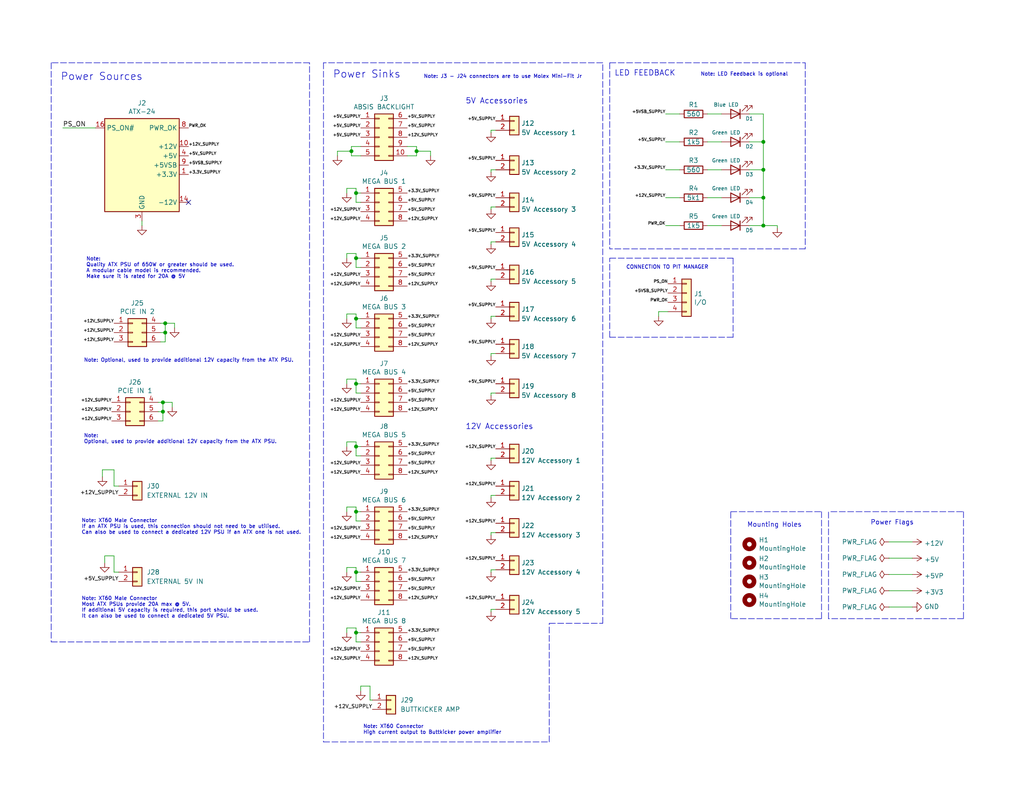
<source format=kicad_sch>
(kicad_sch (version 20211123) (generator eeschema)
  (paper "A")
  (title_block (title "ABSIS ATX Power Supply Unit") (date "2023-03-27") (rev "6") (company "www.openhornet.com") (comment 1 "License:  CC BY-NC-SA") (comment 2 "1:  This is to be manufactured as a 4 layer PCB") (comment 3 "2:  Each layer requires a 2oz Copper Pour") (comment 4 "3:  This PCB only has Top layer components and will only have a single BOM"))
  (lib_symbols
    (symbol "ATX_PSU_Board-rescue:+12V-power" (power) (pin_names (offset 0))
      (property "Value" "+12V-power" (at 0 3.556 0))
      (symbol "+12V-power_1_1"
        (pin power_in line (at 0 0 90) (length 0) hide (name "+12V") (number "1"))
      )
    )
    (symbol "ATX_PSU_Board-rescue:+3.3V-power" (power) (pin_names (offset 0))
      (property "Value" "+3.3V-power" (at 0 3.556 0))
      (symbol "+3.3V-power_1_1"
        (pin power_in line (at 0 0 90) (length 0) hide (name "+3V3") (number "1"))
      )
    )
    (symbol "ATX_PSU_Board-rescue:+5V-power" (power) (pin_names (offset 0))
      (property "Value" "+5V-power" (at 0 3.556 0))
      (symbol "+5V-power_1_1"
        (pin power_in line (at 0 0 90) (length 0) hide (name "+5V") (number "1"))
      )
    )
    (symbol "ATX_PSU_Board-rescue:+5VP-power" (power) (pin_names (offset 0))
      (property "Value" "+5VP-power" (at 0 3.556 0))
      (symbol "+5VP-power_1_1"
        (pin power_in line (at 0 0 90) (length 0) hide (name "+5VP") (number "1"))
      )
    )
    (symbol "ATX_PSU_Board-rescue:ATX-24-Connector"
      (property "Reference" "J" (at -8.89 13.97 0))
      (property "Value" "ATX-24-Connector" (at 6.35 13.97 0))
      (symbol "ATX-24-Connector_1_1"
        (pin power_out line (at 12.7 -2.54 180) (length 2.54) (name "+3.3V") (number "1"))
        (pin power_out line (at 12.7 5.08 180) (length 2.54) (name "+12V") (number "10"))
        (pin passive line (at 12.7 5.08 180) (length 2.54) hide (name "+12V") (number "11"))
        (pin passive line (at 12.7 -2.54 180) (length 2.54) hide (name "+3.3V") (number "12"))
        (pin passive line (at 12.7 -2.54 180) (length 2.54) hide (name "+3.3V") (number "13"))
        (pin power_out line (at 12.7 -10.16 180) (length 2.54) (name "-12V") (number "14"))
        (pin passive line (at 0 -15.24 90) (length 2.54) hide (name "GND") (number "15"))
        (pin open_collector line (at -12.7 10.16 0) (length 2.54) (name "PS_ON#") (number "16"))
        (pin passive line (at 0 -15.24 90) (length 2.54) hide (name "GND") (number "17"))
        (pin passive line (at 0 -15.24 90) (length 2.54) hide (name "GND") (number "18"))
        (pin passive line (at 0 -15.24 90) (length 2.54) hide (name "GND") (number "19"))
        (pin passive line (at 12.7 -2.54 180) (length 2.54) hide (name "+3.3V") (number "2"))
        (pin no_connect line (at -10.16 0 0) (length 2.54) hide (name "NC") (number "20"))
        (pin passive line (at 12.7 2.54 180) (length 2.54) hide (name "+5V") (number "21"))
        (pin passive line (at 12.7 2.54 180) (length 2.54) hide (name "+5V") (number "22"))
        (pin passive line (at 12.7 2.54 180) (length 2.54) hide (name "+5V") (number "23"))
        (pin passive line (at 0 -15.24 90) (length 2.54) hide (name "GND") (number "24"))
        (pin power_out line (at 0 -15.24 90) (length 2.54) (name "GND") (number "3"))
        (pin power_out line (at 12.7 2.54 180) (length 2.54) (name "+5V") (number "4"))
        (pin passive line (at 0 -15.24 90) (length 2.54) hide (name "GND") (number "5"))
        (pin passive line (at 12.7 2.54 180) (length 2.54) hide (name "+5V") (number "6"))
        (pin passive line (at 0 -15.24 90) (length 2.54) hide (name "GND") (number "7"))
        (pin output line (at 12.7 10.16 180) (length 2.54) (name "PWR_OK") (number "8"))
        (pin power_out line (at 12.7 0 180) (length 2.54) (name "+5VSB") (number "9"))
      )
    )
    (symbol "ATX_PSU_Board-rescue:Conn_01x02-Connector_Generic" (pin_names (offset 1.016) hide)
      (property "Reference" "J" (at 0 2.54 0))
      (property "Value" "Conn_01x02-Connector_Generic" (at 0 -5.08 0))
      (symbol "Conn_01x02-Connector_Generic_1_1"
        (pin passive line (at -5.08 0 0) (length 3.81) (name "Pin_1") (number "1"))
        (pin passive line (at -5.08 -2.54 0) (length 3.81) (name "Pin_2") (number "2"))
      )
    )
    (symbol "ATX_PSU_Board-rescue:Conn_02x04_Top_Bottom-Connector_Generic" (pin_names (offset 1.016) hide)
      (property "Reference" "J" (at 1.27 5.08 0))
      (property "Value" "Conn_02x04_Top_Bottom-Connector_Generic" (at 1.27 -7.62 0))
      (symbol "Conn_02x04_Top_Bottom-Connector_Generic_1_1"
        (pin passive line (at -5.08 2.54 0) (length 3.81) (name "Pin_1") (number "1"))
        (pin passive line (at -5.08 0 0) (length 3.81) (name "Pin_2") (number "2"))
        (pin passive line (at -5.08 -2.54 0) (length 3.81) (name "Pin_3") (number "3"))
        (pin passive line (at -5.08 -5.08 0) (length 3.81) (name "Pin_4") (number "4"))
        (pin passive line (at 7.62 2.54 180) (length 3.81) (name "Pin_5") (number "5"))
        (pin passive line (at 7.62 0 180) (length 3.81) (name "Pin_6") (number "6"))
        (pin passive line (at 7.62 -2.54 180) (length 3.81) (name "Pin_7") (number "7"))
        (pin passive line (at 7.62 -5.08 180) (length 3.81) (name "Pin_8") (number "8"))
      )
    )
    (symbol "ATX_PSU_Board-rescue:Conn_02x05_Top_Bottom-Connector_Generic" (pin_names (offset 1.016) hide)
      (property "Reference" "J" (at 1.27 7.62 0))
      (property "Value" "Conn_02x05_Top_Bottom-Connector_Generic" (at 1.27 -7.62 0))
      (symbol "Conn_02x05_Top_Bottom-Connector_Generic_1_1"
        (pin passive line (at -5.08 5.08 0) (length 3.81) (name "Pin_1") (number "1"))
        (pin passive line (at 7.62 -5.08 180) (length 3.81) (name "Pin_10") (number "10"))
        (pin passive line (at -5.08 2.54 0) (length 3.81) (name "Pin_2") (number "2"))
        (pin passive line (at -5.08 0 0) (length 3.81) (name "Pin_3") (number "3"))
        (pin passive line (at -5.08 -2.54 0) (length 3.81) (name "Pin_4") (number "4"))
        (pin passive line (at -5.08 -5.08 0) (length 3.81) (name "Pin_5") (number "5"))
        (pin passive line (at 7.62 5.08 180) (length 3.81) (name "Pin_6") (number "6"))
        (pin passive line (at 7.62 2.54 180) (length 3.81) (name "Pin_7") (number "7"))
        (pin passive line (at 7.62 0 180) (length 3.81) (name "Pin_8") (number "8"))
        (pin passive line (at 7.62 -2.54 180) (length 3.81) (name "Pin_9") (number "9"))
      )
    )
    (symbol "ATX_PSU_Board-rescue:GND-power" (power) (pin_names (offset 0))
      (property "Value" "GND-power" (at 0 -3.81 0))
      (symbol "GND-power_1_1"
        (pin power_in line (at 0 0 270) (length 0) hide (name "GND") (number "1"))
      )
    )
    (symbol "ATX_PSU_Board-rescue:LED-Device" (pin_numbers hide) (pin_names (offset 1.016) hide)
      (property "Reference" "D" (at 0 2.54 0))
      (property "Value" "LED-Device" (at 0 -2.54 0))
      (symbol "LED-Device_1_1"
        (pin passive line (at -3.81 0 0) (length 2.54) (name "K") (number "1"))
        (pin passive line (at 3.81 0 180) (length 2.54) (name "A") (number "2"))
      )
    )
    (symbol "ATX_PSU_Board-rescue:MountingHole-Mechanical" (pin_names (offset 1.016))
      (property "Reference" "H" (at 0 5.08 0))
      (property "Value" "MountingHole-Mechanical" (at 0 3.175 0))
    )
    (symbol "ATX_PSU_Board-rescue:PWR_FLAG-power" (power) (pin_numbers hide) (pin_names (offset 0) hide)
      (property "Value" "PWR_FLAG-power" (at 0 3.81 0))
      (symbol "PWR_FLAG-power_0_0"
        (pin power_out line (at 0 0 90) (length 0) (name "pwr") (number "1"))
      )
    )
    (symbol "ATX_PSU_Board-rescue:R-Device" (pin_numbers hide) (pin_names (offset 0))
      (property "Reference" "R" (at 2.032 0 90))
      (property "Value" "R-Device" (at 0 0 90))
      (symbol "R-Device_1_1"
        (pin passive line (at 0 3.81 270) (length 1.27) (name "~") (number "1"))
        (pin passive line (at 0 -3.81 90) (length 1.27) (name "~") (number "2"))
      )
    )
    (symbol "Connector_Generic:Conn_01x04" (pin_names (offset 1.016) hide)
      (property "Reference" "J" (at 0 5.08 0))
      (property "Value" "Conn_01x04" (at 0 -7.62 0))
      (symbol "Conn_01x04_1_1"
        (pin passive line (at -5.08 2.54 0) (length 3.81) (name "Pin_1") (number "1"))
        (pin passive line (at -5.08 0 0) (length 3.81) (name "Pin_2") (number "2"))
        (pin passive line (at -5.08 -2.54 0) (length 3.81) (name "Pin_3") (number "3"))
        (pin passive line (at -5.08 -5.08 0) (length 3.81) (name "Pin_4") (number "4"))
      )
    )
    (symbol "Connector_Generic:Conn_02x03_Top_Bottom" (pin_names (offset 1.016) hide)
      (property "Reference" "J" (at 1.27 5.08 0))
      (property "Value" "Conn_02x03_Top_Bottom" (at 1.27 -5.08 0))
      (symbol "Conn_02x03_Top_Bottom_1_1"
        (pin passive line (at -5.08 2.54 0) (length 3.81) (name "Pin_1") (number "1"))
        (pin passive line (at -5.08 0 0) (length 3.81) (name "Pin_2") (number "2"))
        (pin passive line (at -5.08 -2.54 0) (length 3.81) (name "Pin_3") (number "3"))
        (pin passive line (at 7.62 2.54 180) (length 3.81) (name "Pin_4") (number "4"))
        (pin passive line (at 7.62 0 180) (length 3.81) (name "Pin_5") (number "5"))
        (pin passive line (at 7.62 -2.54 180) (length 3.81) (name "Pin_6") (number "6"))
      )
    )
  )
  (junction (at 97.155 139.7))
  (junction (at 208.28 61.595))
  (junction (at 44.45 112.395))
  (junction (at 208.28 46.355))
  (junction (at 97.155 121.92))
  (junction (at 44.45 109.855))
  (junction (at 97.155 104.775))
  (junction (at 113.665 41.275))
  (junction (at 45.085 88.265))
  (junction (at 208.28 38.735))
  (junction (at 97.155 52.705))
  (junction (at 45.085 90.805))
  (junction (at 97.155 156.21))
  (junction (at 208.28 53.975))
  (junction (at 95.885 41.275))
  (junction (at 97.155 172.72))
  (junction (at 97.155 70.485))
  (junction (at 97.155 86.995))
  (no_connect (at 51.435 55.245))
  (polyline (pts (xy 164.465 17.145) (xy 88.265 17.145)))
  (wire (pts (xy 193.04 53.975) (xy 196.85 53.975)))
  (polyline (pts (xy 13.97 17.145) (xy 13.97 175.26)))
  (wire (pts (xy 97.155 103.505) (xy 94.615 103.505)))
  (wire (pts (xy 98.425 187.325) (xy 98.425 188.595)))
  (wire (pts (xy 92.075 41.275) (xy 92.075 42.545)))
  (wire (pts (xy 135.255 66.04) (xy 133.985 66.04)))
  (wire (pts (xy 17.145 34.925) (xy 26.035 34.925)))
  (wire (pts (xy 208.28 53.975) (xy 208.28 61.595)))
  (polyline (pts (xy 224.155 168.91) (xy 199.39 168.91)))
  (wire (pts (xy 204.47 46.355) (xy 208.28 46.355)))
  (wire (pts (xy 179.705 85.09) (xy 179.705 86.36)))
  (wire (pts (xy 133.985 76.2) (xy 133.985 76.835)))
  (wire (pts (xy 43.18 109.855) (xy 44.45 109.855)))
  (wire (pts (xy 193.04 38.735) (xy 196.85 38.735)))
  (wire (pts (xy 98.425 89.535) (xy 97.155 89.535)))
  (wire (pts (xy 97.155 156.21) (xy 97.155 154.94)))
  (wire (pts (xy 44.45 112.395) (xy 44.45 114.935)))
  (wire (pts (xy 248.92 165.735) (xy 242.57 165.735)))
  (wire (pts (xy 208.28 46.355) (xy 208.28 53.975)))
  (polyline (pts (xy 226.695 139.7) (xy 262.89 139.7)))
  (wire (pts (xy 94.615 138.43) (xy 94.615 139.7)))
  (wire (pts (xy 98.425 107.315) (xy 97.155 107.315)))
  (wire (pts (xy 181.61 46.355) (xy 185.42 46.355)))
  (wire (pts (xy 208.28 38.735) (xy 208.28 46.355)))
  (wire (pts (xy 95.885 42.545) (xy 95.885 41.275)))
  (wire (pts (xy 43.18 112.395) (xy 44.45 112.395)))
  (wire (pts (xy 97.155 70.485) (xy 98.425 70.485)))
  (wire (pts (xy 98.425 142.24) (xy 97.155 142.24)))
  (wire (pts (xy 97.155 121.92) (xy 97.155 124.46)))
  (wire (pts (xy 98.425 52.705) (xy 97.155 52.705)))
  (wire (pts (xy 97.155 139.7) (xy 97.155 142.24)))
  (wire (pts (xy 27.94 128.27) (xy 27.94 130.175)))
  (wire (pts (xy 135.255 86.36) (xy 133.985 86.36)))
  (wire (pts (xy 133.985 46.355) (xy 133.985 46.99)))
  (polyline (pts (xy 13.97 175.26) (xy 84.455 175.26)))
  (polyline (pts (xy 149.86 170.18) (xy 164.465 170.18)))
  (wire (pts (xy 97.155 139.7) (xy 98.425 139.7)))
  (polyline (pts (xy 166.37 17.145) (xy 166.37 67.945)))
  (wire (pts (xy 28.575 151.765) (xy 28.575 153.67)))
  (wire (pts (xy 97.155 104.775) (xy 97.155 103.505)))
  (wire (pts (xy 31.115 151.765) (xy 28.575 151.765)))
  (wire (pts (xy 133.985 107.315) (xy 133.985 107.95)))
  (polyline (pts (xy 164.465 170.18) (xy 164.465 17.145)))
  (wire (pts (xy 97.155 156.21) (xy 97.155 158.75)))
  (wire (pts (xy 97.155 138.43) (xy 94.615 138.43)))
  (polyline (pts (xy 226.06 168.91) (xy 226.06 139.7)))
  (wire (pts (xy 94.615 171.45) (xy 94.615 172.72)))
  (wire (pts (xy 97.155 70.485) (xy 97.155 73.025)))
  (wire (pts (xy 97.155 139.7) (xy 97.155 138.43)))
  (wire (pts (xy 98.425 73.025) (xy 97.155 73.025)))
  (wire (pts (xy 44.45 114.935) (xy 43.18 114.935)))
  (polyline (pts (xy 166.37 17.145) (xy 219.71 17.145)))
  (polyline (pts (xy 149.86 202.565) (xy 149.86 170.18)))
  (wire (pts (xy 100.965 187.325) (xy 98.425 187.325)))
  (wire (pts (xy 97.155 104.775) (xy 98.425 104.775)))
  (polyline (pts (xy 166.37 92.075) (xy 166.37 70.485)))
  (polyline (pts (xy 200.025 70.485) (xy 200.025 92.075)))
  (wire (pts (xy 98.425 42.545) (xy 95.885 42.545)))
  (wire (pts (xy 204.47 31.115) (xy 208.28 31.115)))
  (wire (pts (xy 133.985 166.37) (xy 133.985 167.005)))
  (wire (pts (xy 101.6 191.135) (xy 100.965 191.135)))
  (wire (pts (xy 97.155 120.65) (xy 94.615 120.65)))
  (wire (pts (xy 204.47 61.595) (xy 208.28 61.595)))
  (wire (pts (xy 135.255 166.37) (xy 133.985 166.37)))
  (wire (pts (xy 97.155 69.215) (xy 94.615 69.215)))
  (wire (pts (xy 94.615 120.65) (xy 94.615 121.92)))
  (wire (pts (xy 133.985 66.04) (xy 133.985 66.675)))
  (wire (pts (xy 97.155 85.725) (xy 94.615 85.725)))
  (polyline (pts (xy 224.155 139.7) (xy 224.155 168.91)))
  (polyline (pts (xy 262.89 168.91) (xy 226.06 168.91)))
  (wire (pts (xy 135.255 155.575) (xy 133.985 155.575)))
  (wire (pts (xy 133.985 155.575) (xy 133.985 156.21)))
  (wire (pts (xy 94.615 103.505) (xy 94.615 104.775)))
  (wire (pts (xy 45.085 88.265) (xy 47.625 88.265)))
  (wire (pts (xy 113.665 42.545) (xy 113.665 41.275)))
  (wire (pts (xy 193.04 31.115) (xy 196.85 31.115)))
  (wire (pts (xy 97.155 70.485) (xy 97.155 69.215)))
  (wire (pts (xy 97.155 172.72) (xy 97.155 175.26)))
  (wire (pts (xy 94.615 51.435) (xy 94.615 52.705)))
  (wire (pts (xy 193.04 46.355) (xy 196.85 46.355)))
  (wire (pts (xy 193.04 61.595) (xy 196.85 61.595)))
  (wire (pts (xy 208.28 31.115) (xy 208.28 38.735)))
  (wire (pts (xy 133.985 35.56) (xy 133.985 36.195)))
  (wire (pts (xy 181.61 61.595) (xy 185.42 61.595)))
  (wire (pts (xy 45.085 93.345) (xy 43.815 93.345)))
  (wire (pts (xy 98.425 124.46) (xy 97.155 124.46)))
  (wire (pts (xy 97.155 171.45) (xy 94.615 171.45)))
  (wire (pts (xy 44.45 109.855) (xy 46.99 109.855)))
  (wire (pts (xy 242.57 152.4) (xy 248.92 152.4)))
  (wire (pts (xy 97.155 121.92) (xy 97.155 120.65)))
  (polyline (pts (xy 199.39 168.91) (xy 199.39 139.7)))
  (wire (pts (xy 117.475 41.275) (xy 117.475 42.545)))
  (wire (pts (xy 98.425 55.245) (xy 97.155 55.245)))
  (wire (pts (xy 95.885 41.275) (xy 92.075 41.275)))
  (wire (pts (xy 95.885 40.005) (xy 98.425 40.005)))
  (wire (pts (xy 208.28 61.595) (xy 212.09 61.595)))
  (wire (pts (xy 133.985 96.52) (xy 133.985 97.155)))
  (wire (pts (xy 111.125 42.545) (xy 113.665 42.545)))
  (wire (pts (xy 94.615 69.215) (xy 94.615 70.485)))
  (wire (pts (xy 97.155 104.775) (xy 97.155 107.315)))
  (polyline (pts (xy 219.71 67.945) (xy 166.37 67.945)))
  (wire (pts (xy 97.155 86.995) (xy 98.425 86.995)))
  (wire (pts (xy 46.99 109.855) (xy 46.99 111.125)))
  (wire (pts (xy 135.255 145.415) (xy 133.985 145.415)))
  (wire (pts (xy 43.815 88.265) (xy 45.085 88.265)))
  (wire (pts (xy 181.61 31.115) (xy 185.42 31.115)))
  (wire (pts (xy 181.61 38.735) (xy 185.42 38.735)))
  (wire (pts (xy 45.085 90.805) (xy 45.085 93.345)))
  (polyline (pts (xy 88.265 17.145) (xy 88.265 202.565)))
  (polyline (pts (xy 219.71 17.145) (xy 219.71 67.945)))
  (wire (pts (xy 135.255 46.355) (xy 133.985 46.355)))
  (wire (pts (xy 135.255 76.2) (xy 133.985 76.2)))
  (wire (pts (xy 133.985 125.095) (xy 133.985 125.73)))
  (wire (pts (xy 97.155 52.705) (xy 97.155 51.435)))
  (wire (pts (xy 97.155 55.245) (xy 97.155 52.705)))
  (wire (pts (xy 31.115 156.21) (xy 31.115 151.765)))
  (wire (pts (xy 97.155 156.21) (xy 98.425 156.21)))
  (wire (pts (xy 32.385 156.21) (xy 31.115 156.21)))
  (wire (pts (xy 135.255 56.515) (xy 133.985 56.515)))
  (wire (pts (xy 97.155 51.435) (xy 94.615 51.435)))
  (wire (pts (xy 32.385 132.715) (xy 31.115 132.715)))
  (wire (pts (xy 133.985 135.255) (xy 133.985 135.89)))
  (wire (pts (xy 204.47 53.975) (xy 208.28 53.975)))
  (polyline (pts (xy 199.39 139.7) (xy 224.155 139.7)))
  (wire (pts (xy 113.665 41.275) (xy 117.475 41.275)))
  (wire (pts (xy 113.665 40.005) (xy 113.665 41.275)))
  (polyline (pts (xy 200.025 92.075) (xy 166.37 92.075)))
  (wire (pts (xy 248.92 156.845) (xy 242.57 156.845)))
  (wire (pts (xy 133.985 86.36) (xy 133.985 86.995)))
  (wire (pts (xy 135.255 125.095) (xy 133.985 125.095)))
  (wire (pts (xy 111.125 40.005) (xy 113.665 40.005)))
  (wire (pts (xy 133.985 56.515) (xy 133.985 57.15)))
  (wire (pts (xy 45.085 88.265) (xy 45.085 90.805)))
  (polyline (pts (xy 262.89 139.7) (xy 262.89 168.91)))
  (wire (pts (xy 97.155 86.995) (xy 97.155 89.535)))
  (wire (pts (xy 135.255 107.315) (xy 133.985 107.315)))
  (wire (pts (xy 31.115 132.715) (xy 31.115 128.27)))
  (wire (pts (xy 98.425 175.26) (xy 97.155 175.26)))
  (polyline (pts (xy 88.265 202.565) (xy 149.86 202.565)))
  (wire (pts (xy 242.57 147.955) (xy 248.92 147.955)))
  (wire (pts (xy 179.705 85.09) (xy 182.245 85.09)))
  (polyline (pts (xy 84.455 175.26) (xy 84.455 17.145)))
  (wire (pts (xy 135.255 96.52) (xy 133.985 96.52)))
  (wire (pts (xy 212.09 61.595) (xy 212.09 62.23)))
  (wire (pts (xy 242.57 161.29) (xy 248.92 161.29)))
  (wire (pts (xy 133.985 145.415) (xy 133.985 146.05)))
  (wire (pts (xy 31.115 128.27) (xy 27.94 128.27)))
  (wire (pts (xy 94.615 85.725) (xy 94.615 86.995)))
  (wire (pts (xy 43.815 90.805) (xy 45.085 90.805)))
  (polyline (pts (xy 84.455 17.145) (xy 13.97 17.145)))
  (wire (pts (xy 95.885 41.275) (xy 95.885 40.005)))
  (wire (pts (xy 44.45 109.855) (xy 44.45 112.395)))
  (wire (pts (xy 97.155 85.725) (xy 97.155 86.995)))
  (polyline (pts (xy 166.37 70.485) (xy 200.025 70.485)))
  (wire (pts (xy 181.61 53.975) (xy 185.42 53.975)))
  (wire (pts (xy 97.155 154.94) (xy 94.615 154.94)))
  (wire (pts (xy 38.735 60.325) (xy 38.735 61.595)))
  (wire (pts (xy 47.625 88.265) (xy 47.625 89.535)))
  (wire (pts (xy 97.155 172.72) (xy 97.155 171.45)))
  (wire (pts (xy 94.615 154.94) (xy 94.615 156.21)))
  (wire (pts (xy 100.965 191.135) (xy 100.965 187.325)))
  (wire (pts (xy 204.47 38.735) (xy 208.28 38.735)))
  (wire (pts (xy 97.155 121.92) (xy 98.425 121.92)))
  (wire (pts (xy 135.255 135.255) (xy 133.985 135.255)))
  (wire (pts (xy 98.425 158.75) (xy 97.155 158.75)))
  (wire (pts (xy 135.255 35.56) (xy 133.985 35.56)))
  (wire (pts (xy 97.155 172.72) (xy 98.425 172.72)))
  (text "CONNECTION TO PIT MANAGER" (at 170.815 73.66 0) (effects (font (size 0.9906 0.9906)) (justify left bottom)))
  (text "Note: LED Feedback is optional" (at 191.135 20.955 0) (effects (font (size 0.9906 0.9906)) (justify left bottom)))
  (text "Power Sources" (at 16.51 22.225 0) (effects (font (size 2.0066 2.0066)) (justify left bottom)))
  (text "Mounting Holes" (at 203.835 144.145 0) (effects (font (size 1.27 1.27)) (justify left bottom)))
  (text "5V Accessories" (at 127 28.575 0) (effects (font (size 1.4986 1.4986)) (justify left bottom)))
  (text "Note: J3 - J24 connectors are to use Molex Mini-Fit Jr" (at 115.57 21.59 0) (effects (font (size 0.9906 0.9906)) (justify left bottom)))
  (text "Note: Optional, used to provide additional 12V capacity from the ATX PSU." (at 22.86 99.06 0) (effects (font (size 0.9906 0.9906)) (justify left bottom)))
  (text "Note: XT60 Male Connector\nIf an ATX PSU is used, this connection should not need to be utilised.\nCan also be used to connect a dedicated 12V PSU if an ATX one is not used." (at 22.225 146.05 0) (effects (font (size 0.9906 0.9906)) (justify left bottom)))
  (text "Note:\nQuality ATX PSU of 650W or greater should be used.\nA modular cable model is recommended.\nMake sure it is rated for 20A @ 5V" (at 23.495 76.2 0) (effects (font (size 0.9906 0.9906)) (justify left bottom)))
  (text "Note: XT60 Connector\nHigh current output to Buttkicker power amplifier" (at 99.06 200.66 0) (effects (font (size 0.9906 0.9906)) (justify left bottom)))
  (text "Note: XT60 Male Connector\nMost ATX PSUs provide 20A max @ 5V.\nIf additional 5V capacity is required, this port should be used.\nIt can also be used to connect a dedicated 5V PSU." (at 22.225 168.91 0) (effects (font (size 0.9906 0.9906)) (justify left bottom)))
  (text "Power Sinks" (at 90.805 21.59 0) (effects (font (size 2.0066 2.0066)) (justify left bottom)))
  (text "Power Flags" (at 237.49 143.51 0) (effects (font (size 1.27 1.27)) (justify left bottom)))
  (text "Note:\nOptional, used to provide additional 12V capacity from the ATX PSU." (at 22.86 121.285 0) (effects (font (size 0.9906 0.9906)) (justify left bottom)))
  (text "LED FEEDBACK" (at 167.64 20.955 0) (effects (font (size 1.4986 1.4986)) (justify left bottom)))
  (text "12V Accessories" (at 127 117.475 0) (effects (font (size 1.4986 1.4986)) (justify left bottom)))
  (label "+12V_SUPPLY" (at 98.425 144.78 180) (effects (font (size 0.7874 0.7874))))
  (label "+12V_SUPPLY" (at 30.48 114.935 180) (effects (font (size 0.7874 0.7874))))
  (label "+5V_SUPPLY" (at 135.255 73.66 180) (effects (font (size 0.7874 0.7874))))
  (label "+12V_SUPPLY" (at 135.255 132.715 180) (effects (font (size 0.7874 0.7874))))
  (label "+12V_SUPPLY" (at 51.435 40.005 0) (effects (font (size 0.7874 0.7874))))
  (label "+12V_SUPPLY" (at 98.425 180.34 180) (effects (font (size 0.7874 0.7874))))
  (label "+12V_SUPPLY" (at 111.125 129.54 0) (effects (font (size 0.7874 0.7874))))
  (label "+12V_SUPPLY" (at 31.115 93.345 180) (effects (font (size 0.7874 0.7874))))
  (label "+5V_SUPPLY" (at 135.255 43.815 180) (effects (font (size 0.7874 0.7874))))
  (label "+5V_SUPPLY" (at 111.125 75.565 0) (effects (font (size 0.7874 0.7874))))
  (label "+5V_SUPPLY" (at 111.125 175.26 0) (effects (font (size 0.7874 0.7874))))
  (label "+3.3V_SUPPLY" (at 51.435 47.625 0) (effects (font (size 0.7874 0.7874))))
  (label "+12V_SUPPLY" (at 98.425 78.105 180) (effects (font (size 0.7874 0.7874))))
  (label "+5V_SUPPLY" (at 111.125 32.385 0) (effects (font (size 0.7874 0.7874))))
  (label "PS_ON" (at 17.145 34.925 0))
  (label "+12V_SUPPLY" (at 30.48 112.395 180) (effects (font (size 0.7874 0.7874))))
  (label "+12V_SUPPLY" (at 111.125 163.83 0) (effects (font (size 0.7874 0.7874))))
  (label "+5V_SUPPLY" (at 135.255 93.98 180) (effects (font (size 0.7874 0.7874))))
  (label "+12V_SUPPLY" (at 98.425 129.54 180) (effects (font (size 0.7874 0.7874))))
  (label "+12V_SUPPLY" (at 98.425 60.325 180) (effects (font (size 0.7874 0.7874))))
  (label "+5V_SUPPLY" (at 111.125 92.075 0) (effects (font (size 0.7874 0.7874))))
  (label "+5VSB_SUPPLY" (at 181.61 31.115 180) (effects (font (size 0.7874 0.7874))))
  (label "+5V_SUPPLY" (at 111.125 109.855 0) (effects (font (size 0.7874 0.7874))))
  (label "+12V_SUPPLY" (at 31.115 90.805 180) (effects (font (size 0.7874 0.7874))))
  (label "+3.3V_SUPPLY" (at 111.125 104.775 0) (effects (font (size 0.7874 0.7874))))
  (label "+12V_SUPPLY" (at 98.425 161.29 180) (effects (font (size 0.7874 0.7874))))
  (label "+3.3V_SUPPLY" (at 111.125 86.995 0) (effects (font (size 0.7874 0.7874))))
  (label "+3.3V_SUPPLY" (at 111.125 121.92 0) (effects (font (size 0.7874 0.7874))))
  (label "+3.3V_SUPPLY" (at 111.125 70.485 0) (effects (font (size 0.7874 0.7874))))
  (label "PWR_OK" (at 182.245 82.55 180) (effects (font (size 0.7874 0.7874))))
  (label "+5V_SUPPLY" (at 111.125 158.75 0) (effects (font (size 0.7874 0.7874))))
  (label "+12V_SUPPLY" (at 31.115 88.265 180) (effects (font (size 0.7874 0.7874))))
  (label "+12V_SUPPLY" (at 135.255 122.555 180) (effects (font (size 0.7874 0.7874))))
  (label "+12V_SUPPLY" (at 111.125 37.465 0) (effects (font (size 0.7874 0.7874))))
  (label "+12V_SUPPLY" (at 98.425 127 180) (effects (font (size 0.7874 0.7874))))
  (label "+5V_SUPPLY" (at 111.125 107.315 0) (effects (font (size 0.7874 0.7874))))
  (label "PS_ON" (at 182.245 77.47 180) (effects (font (size 0.7874 0.7874))))
  (label "+12V_SUPPLY" (at 135.255 153.035 180) (effects (font (size 0.7874 0.7874))))
  (label "+5V_SUPPLY" (at 181.61 38.735 180) (effects (font (size 0.7874 0.7874))))
  (label "+3.3V_SUPPLY" (at 111.125 156.21 0) (effects (font (size 0.7874 0.7874))))
  (label "+12V_SUPPLY" (at 98.425 147.32 180) (effects (font (size 0.7874 0.7874))))
  (label "+5VSB_SUPPLY" (at 51.435 45.085 0) (effects (font (size 0.7874 0.7874))))
  (label "+5V_SUPPLY" (at 98.425 37.465 180) (effects (font (size 0.7874 0.7874))))
  (label "+12V_SUPPLY" (at 111.125 180.34 0) (effects (font (size 0.7874 0.7874))))
  (label "+5VSB_SUPPLY" (at 182.245 80.01 180) (effects (font (size 0.7874 0.7874))))
  (label "+5V_SUPPLY" (at 111.125 34.925 0) (effects (font (size 0.7874 0.7874))))
  (label "+12V_SUPPLY" (at 111.125 60.325 0) (effects (font (size 0.7874 0.7874))))
  (label "PWR_OK" (at 51.435 34.925 0) (effects (font (size 0.7874 0.7874))))
  (label "+12V_SUPPLY" (at 111.125 112.395 0) (effects (font (size 0.7874 0.7874))))
  (label "+12V_SUPPLY" (at 181.61 53.975 180) (effects (font (size 0.7874 0.7874))))
  (label "+12V_SUPPLY" (at 98.425 177.8 180) (effects (font (size 0.7874 0.7874))))
  (label "+12V_SUPPLY" (at 135.255 163.83 180) (effects (font (size 0.7874 0.7874))))
  (label "+12V_SUPPLY" (at 98.425 112.395 180) (effects (font (size 0.7874 0.7874))))
  (label "+5V_SUPPLY" (at 111.125 124.46 0) (effects (font (size 0.7874 0.7874))))
  (label "+12V_SUPPLY" (at 111.125 147.32 0) (effects (font (size 0.7874 0.7874))))
  (label "+3.3V_SUPPLY" (at 111.125 172.72 0) (effects (font (size 0.7874 0.7874))))
  (label "+12V_SUPPLY" (at 30.48 109.855 180) (effects (font (size 0.7874 0.7874))))
  (label "+12V_SUPPLY" (at 98.425 92.075 180) (effects (font (size 0.7874 0.7874))))
  (label "+3.3V_SUPPLY" (at 111.125 139.7 0) (effects (font (size 0.7874 0.7874))))
  (label "+5V_SUPPLY" (at 32.385 158.75 180) (effects (font (size 0.9906 0.9906))))
  (label "+12V_SUPPLY" (at 135.255 142.875 180) (effects (font (size 0.7874 0.7874))))
  (label "+5V_SUPPLY" (at 111.125 127 0) (effects (font (size 0.7874 0.7874))))
  (label "+3.3V_SUPPLY" (at 181.61 46.355 180) (effects (font (size 0.7874 0.7874))))
  (label "+12V_SUPPLY" (at 111.125 78.105 0) (effects (font (size 0.7874 0.7874))))
  (label "+5V_SUPPLY" (at 51.435 42.545 0) (effects (font (size 0.7874 0.7874))))
  (label "+12V_SUPPLY" (at 98.425 75.565 180) (effects (font (size 0.7874 0.7874))))
  (label "+5V_SUPPLY" (at 98.425 32.385 180) (effects (font (size 0.7874 0.7874))))
  (label "+12V_SUPPLY" (at 98.425 109.855 180) (effects (font (size 0.7874 0.7874))))
  (label "+5V_SUPPLY" (at 135.255 53.975 180) (effects (font (size 0.7874 0.7874))))
  (label "+12V_SUPPLY" (at 98.425 57.785 180) (effects (font (size 0.7874 0.7874))))
  (label "+5V_SUPPLY" (at 111.125 161.29 0) (effects (font (size 0.7874 0.7874))))
  (label "+12V_SUPPLY" (at 98.425 163.83 180) (effects (font (size 0.7874 0.7874))))
  (label "+5V_SUPPLY" (at 135.255 104.775 180) (effects (font (size 0.7874 0.7874))))
  (label "+5V_SUPPLY" (at 111.125 142.24 0) (effects (font (size 0.7874 0.7874))))
  (label "PWR_OK" (at 181.61 61.595 180) (effects (font (size 0.7874 0.7874))))
  (label "+5V_SUPPLY" (at 111.125 73.025 0) (effects (font (size 0.7874 0.7874))))
  (label "+5V_SUPPLY" (at 111.125 177.8 0) (effects (font (size 0.7874 0.7874))))
  (label "+12V_SUPPLY" (at 98.425 94.615 180) (effects (font (size 0.7874 0.7874))))
  (label "+5V_SUPPLY" (at 135.255 33.02 180) (effects (font (size 0.7874 0.7874))))
  (label "+5V_SUPPLY" (at 98.425 34.925 180) (effects (font (size 0.7874 0.7874))))
  (label "+5V_SUPPLY" (at 135.255 63.5 180) (effects (font (size 0.7874 0.7874))))
  (label "+5V_SUPPLY" (at 111.125 57.785 0) (effects (font (size 0.7874 0.7874))))
  (label "+12V_SUPPLY" (at 101.6 193.675 180) (effects (font (size 0.9906 0.9906))))
  (label "+3.3V_SUPPLY" (at 111.125 52.705 0) (effects (font (size 0.7874 0.7874))))
  (label "+12V_SUPPLY" (at 32.385 135.255 180) (effects (font (size 0.9906 0.9906))))
  (label "+5V_SUPPLY" (at 111.125 144.78 0) (effects (font (size 0.7874 0.7874))))
  (label "+5V_SUPPLY" (at 111.125 55.245 0) (effects (font (size 0.7874 0.7874))))
  (label "+5V_SUPPLY" (at 111.125 89.535 0) (effects (font (size 0.7874 0.7874))))
  (label "+5V_SUPPLY" (at 135.255 83.82 180) (effects (font (size 0.7874 0.7874))))
  (label "+12V_SUPPLY" (at 111.125 94.615 0) (effects (font (size 0.7874 0.7874))))
  (symbol (lib_id "ATX_PSU_Board-rescue:PWR_FLAG-power") (at 242.57 152.4 90) (unit 1)
    (property "Reference" "#FLG0102" (effects hide))
    (property "Value" "PWR_FLAG" (at 239.3442 152.4 90) (effects (justify left)))
  )
  (symbol (lib_id "ATX_PSU_Board-rescue:PWR_FLAG-power") (at 242.57 156.845 90) (unit 1)
    (property "Reference" "#FLG0103" (effects hide))
    (property "Value" "PWR_FLAG" (at 239.3442 156.845 90) (effects (justify left)))
  )
  (symbol (lib_id "ATX_PSU_Board-rescue:PWR_FLAG-power") (at 242.57 161.29 90) (unit 1)
    (property "Reference" "#FLG0104" (effects hide))
    (property "Value" "PWR_FLAG" (at 239.3442 161.29 90) (effects (justify left)))
  )
  (symbol (lib_id "ATX_PSU_Board-rescue:PWR_FLAG-power") (at 242.57 165.735 90) (unit 1)
    (property "Reference" "#FLG0105" (effects hide))
    (property "Value" "PWR_FLAG" (at 239.3442 165.735 90) (effects (justify left)))
  )
  (symbol (lib_id "ATX_PSU_Board-rescue:+12V-power") (at 248.92 147.955 270) (unit 1)
    (property "Reference" "#PWR0102" (effects hide))
    (property "Value" "+12V" (at 252.1712 148.336 90) (effects (justify left)))
  )
  (symbol (lib_id "ATX_PSU_Board-rescue:+5V-power") (at 248.92 152.4 270) (unit 1)
    (property "Reference" "#PWR0103" (effects hide))
    (property "Value" "+5V" (at 252.1712 152.781 90) (effects (justify left)))
  )
  (symbol (lib_id "ATX_PSU_Board-rescue:Conn_02x04_Top_Bottom-Connector_Generic") (at 103.505 124.46 0) (unit 1)
    (property "Reference" "J8" (at 104.775 116.4082 0))
    (property "Value" "MEGA BUS 5" (at 104.775 118.7196 0))
    (property "Footprint" "Connector_Molex:Molex_Mini-Fit_Jr_5566-08A2_2x04_P4.20mm_Vertical" (effects hide))
  )
  (symbol (lib_id "ATX_PSU_Board-rescue:GND-power") (at 94.615 121.92 0) (unit 1)
    (property "Reference" "#PWR0112" (effects hide))
    (property "Value" "GND" (effects hide))
  )
  (symbol (lib_id "ATX_PSU_Board-rescue:+5VP-power") (at 248.92 156.845 270) (unit 1)
    (property "Reference" "#PWR0104" (effects hide))
    (property "Value" "+5VP" (at 252.1712 157.226 90) (effects (justify left)))
  )
  (symbol (lib_id "ATX_PSU_Board-rescue:PWR_FLAG-power") (at 242.57 147.955 90) (unit 1)
    (property "Reference" "#FLG0106" (effects hide))
    (property "Value" "PWR_FLAG" (at 239.3442 147.955 90) (effects (justify left)))
  )
  (symbol (lib_id "ATX_PSU_Board-rescue:Conn_02x04_Top_Bottom-Connector_Generic") (at 103.505 73.025 0) (unit 1)
    (property "Reference" "J5" (at 104.775 64.9732 0))
    (property "Value" "MEGA BUS 2" (at 104.775 67.2846 0))
    (property "Footprint" "Connector_Molex:Molex_Mini-Fit_Jr_5566-08A2_2x04_P4.20mm_Vertical" (effects hide))
  )
  (symbol (lib_id "ATX_PSU_Board-rescue:GND-power") (at 94.615 70.485 0) (unit 1)
    (property "Reference" "#PWR0113" (effects hide))
    (property "Value" "GND" (effects hide))
  )
  (symbol (lib_id "ATX_PSU_Board-rescue:+3.3V-power") (at 248.92 161.29 270) (unit 1)
    (property "Reference" "#PWR0105" (effects hide))
    (property "Value" "+3.3V" (at 252.1712 161.671 90) (effects (justify left)))
  )
  (symbol (lib_id "ATX_PSU_Board-rescue:GND-power") (at 248.92 165.735 90) (unit 1)
    (property "Reference" "#PWR0106" (effects hide))
    (property "Value" "GND" (at 252.1712 165.608 90) (effects (justify right)))
  )
  (symbol (lib_id "ATX_PSU_Board-rescue:Conn_02x04_Top_Bottom-Connector_Generic") (at 103.505 142.24 0) (unit 1)
    (property "Reference" "J9" (at 104.775 134.1882 0))
    (property "Value" "MEGA BUS 6" (at 104.775 136.4996 0))
    (property "Footprint" "Connector_Molex:Molex_Mini-Fit_Jr_5566-08A2_2x04_P4.20mm_Vertical" (effects hide))
  )
  (symbol (lib_id "ATX_PSU_Board-rescue:GND-power") (at 94.615 139.7 0) (unit 1)
    (property "Reference" "#PWR0114" (effects hide))
    (property "Value" "GND" (effects hide))
  )
  (symbol (lib_id "ATX_PSU_Board-rescue:ATX-24-Connector") (at 38.735 45.085 0) (unit 1)
    (property "Reference" "J2" (at 38.735 28.1432 0))
    (property "Value" "ATX-24" (at 38.735 30.4546 0))
    (property "Footprint" "Connector_Molex:Molex_Mini-Fit_Jr_5566-24A2_2x12_P4.20mm_Vertical" (effects hide))
    (property "Datasheet" "https://www.intel.com/content/dam/www/public/us/en/documents/guides/power-supply-design-guide-june.pdf#page=33" (effects hide))
  )
  (symbol (lib_id "ATX_PSU_Board-rescue:Conn_02x04_Top_Bottom-Connector_Generic") (at 103.505 89.535 0) (unit 1)
    (property "Reference" "J6" (at 104.775 81.4832 0))
    (property "Value" "MEGA BUS 3" (at 104.775 83.7946 0))
    (property "Footprint" "Connector_Molex:Molex_Mini-Fit_Jr_5566-08A2_2x04_P4.20mm_Vertical" (effects hide))
  )
  (symbol (lib_id "ATX_PSU_Board-rescue:GND-power") (at 94.615 86.995 0) (unit 1)
    (property "Reference" "#PWR0115" (effects hide))
    (property "Value" "GND" (effects hide))
  )
  (symbol (lib_id "ATX_PSU_Board-rescue:Conn_02x04_Top_Bottom-Connector_Generic") (at 103.505 158.75 0) (unit 1)
    (property "Reference" "J10" (at 104.775 150.6982 0))
    (property "Value" "MEGA BUS 7" (at 104.775 153.0096 0))
    (property "Footprint" "Connector_Molex:Molex_Mini-Fit_Jr_5566-08A2_2x04_P4.20mm_Vertical" (effects hide))
  )
  (symbol (lib_id "ATX_PSU_Board-rescue:GND-power") (at 94.615 156.21 0) (unit 1)
    (property "Reference" "#PWR0116" (effects hide))
    (property "Value" "GND" (effects hide))
  )
  (symbol (lib_id "Connector_Generic:Conn_01x04") (at 187.325 80.01 0) (unit 1)
    (property "Reference" "J1" (at 189.357 80.2132 0) (effects (justify left)))
    (property "Value" "I/O" (at 189.357 82.5246 0) (effects (justify left)))
    (property "Footprint" "Connector_PinHeader_2.54mm:PinHeader_1x04_P2.54mm_Vertical" (effects hide))
  )
  (symbol (lib_id "ATX_PSU_Board-rescue:R-Device") (at 189.23 31.115 270) (unit 1)
    (property "Reference" "R1" (at 189.23 28.575 90))
    (property "Value" "560" (at 189.23 31.115 90))
    (property "Footprint" "Resistor_THT:R_Axial_DIN0207_L6.3mm_D2.5mm_P7.62mm_Horizontal" (effects hide))
    (property "Datasheet" "https://datasheet.lcsc.com/szlcsc/1811081724_UNI-ROYAL-Uniroyal-Elec-0603WAF1500T5E_C22808.pdf" (effects hide))
    (property "LCSC" "C22808" (effects hide))
  )
  (symbol (lib_id "ATX_PSU_Board-rescue:GND-power") (at 179.705 86.36 0) (unit 1)
    (property "Reference" "#PWR0107" (effects hide))
    (property "Value" "GND" (effects hide))
  )
  (symbol (lib_id "ATX_PSU_Board-rescue:LED-Device") (at 200.66 31.115 180) (unit 1)
    (property "Reference" "D1" (at 204.47 32.385 0) (effects (font (size 0.9906 0.9906))))
    (property "Value" "Blue LED" (at 198.12 28.575 0) (effects (font (size 0.9906 0.9906))))
    (property "Footprint" "LED_THT:LED_D3.0mm" (effects hide))
    (property "Datasheet" "https://datasheet.lcsc.com/szlcsc/Foshan-NationStar-Optoelectronics-FC-DA1608UGK-520D10_C84267.pdf" (effects hide))
    (property "Category" "Optoelectronics" (effects hide))
    (property "Family" "LED Indication - Discrete" (effects hide))
    (property "Description" "LED GREEN DIFFUSED" (effects hide))
    (property "Status" "Active" (effects hide))
    (property "LCSC" "C84267" (effects hide))
    (property "Manufacture PN" "FC-DA1608UGK-520D10" (effects hide))
  )
  (symbol (lib_id "ATX_PSU_Board-rescue:Conn_02x04_Top_Bottom-Connector_Generic") (at 103.505 55.245 0) (unit 1)
    (property "Reference" "J4" (at 104.775 47.1932 0))
    (property "Value" "MEGA BUS 1" (at 104.775 49.5046 0))
    (property "Footprint" "Connector_Molex:Molex_Mini-Fit_Jr_5566-08A2_2x04_P4.20mm_Vertical" (effects hide))
  )
  (symbol (lib_id "ATX_PSU_Board-rescue:Conn_02x05_Top_Bottom-Connector_Generic") (at 103.505 37.465 0) (unit 1)
    (property "Reference" "J3" (at 104.775 26.8732 0))
    (property "Value" "ABSIS BACKLIGHT" (at 104.775 29.1846 0))
    (property "Footprint" "Connector_Molex:Molex_Mini-Fit_Jr_5566-10A2_2x05_P4.20mm_Vertical" (effects hide))
  )
  (symbol (lib_id "ATX_PSU_Board-rescue:R-Device") (at 189.23 38.735 270) (unit 1)
    (property "Reference" "R2" (at 189.23 36.195 90))
    (property "Value" "1k5" (at 189.23 38.735 90))
    (property "Footprint" "Resistor_THT:R_Axial_DIN0207_L6.3mm_D2.5mm_P7.62mm_Horizontal" (effects hide))
    (property "Datasheet" "https://datasheet.lcsc.com/szlcsc/1811081724_UNI-ROYAL-Uniroyal-Elec-0603WAF1500T5E_C22808.pdf" (effects hide))
    (property "LCSC" "C22808" (effects hide))
  )
  (symbol (lib_id "ATX_PSU_Board-rescue:GND-power") (at 117.475 42.545 0) (unit 1)
    (property "Reference" "#PWR0108" (effects hide))
    (property "Value" "GND" (effects hide))
  )
  (symbol (lib_id "ATX_PSU_Board-rescue:GND-power") (at 92.075 42.545 0) (unit 1)
    (property "Reference" "#PWR0109" (effects hide))
    (property "Value" "GND" (effects hide))
  )
  (symbol (lib_id "ATX_PSU_Board-rescue:GND-power") (at 94.615 52.705 0) (unit 1)
    (property "Reference" "#PWR0110" (effects hide))
    (property "Value" "GND" (effects hide))
  )
  (symbol (lib_id "ATX_PSU_Board-rescue:R-Device") (at 189.23 46.355 270) (unit 1)
    (property "Reference" "R3" (at 189.23 43.815 90))
    (property "Value" "560" (at 189.23 46.355 90))
    (property "Footprint" "Resistor_THT:R_Axial_DIN0207_L6.3mm_D2.5mm_P7.62mm_Horizontal" (effects hide))
    (property "Datasheet" "https://datasheet.lcsc.com/szlcsc/1811081724_UNI-ROYAL-Uniroyal-Elec-0603WAF560JT5E_C25196.pdf" (effects hide))
    (property "LCSC" "C25196" (effects hide))
  )
  (symbol (lib_id "ATX_PSU_Board-rescue:R-Device") (at 189.23 53.975 270) (unit 1)
    (property "Reference" "R4" (at 189.23 51.435 90))
    (property "Value" "5k1" (at 189.23 53.975 90))
    (property "Footprint" "Resistor_THT:R_Axial_DIN0207_L6.3mm_D2.5mm_P7.62mm_Horizontal" (effects hide))
    (property "Datasheet" "https://datasheet.lcsc.com/szlcsc/1811021213_UNI-ROYAL-Uniroyal-Elec-0603WAF5600T5E_C23204.pdf" (effects hide))
    (property "LCSC" "C23204" (effects hide))
  )
  (symbol (lib_id "ATX_PSU_Board-rescue:LED-Device") (at 200.66 38.735 180) (unit 1)
    (property "Reference" "D2" (at 204.47 40.005 0) (effects (font (size 0.9906 0.9906))))
    (property "Value" "Green LED" (at 198.12 36.195 0) (effects (font (size 0.9906 0.9906))))
    (property "Footprint" "LED_THT:LED_D3.0mm" (effects hide))
    (property "Datasheet" "https://datasheet.lcsc.com/szlcsc/Foshan-NationStar-Optoelectronics-FC-DA1608UGK-520D10_C84267.pdf" (effects hide))
    (property "Category" "Optoelectronics" (effects hide))
    (property "Family" "LED Indication - Discrete" (effects hide))
    (property "Description" "LED GREEN DIFFUSED" (effects hide))
    (property "Status" "Active" (effects hide))
    (property "LCSC" "C84267" (effects hide))
    (property "Manufacture PN" "FC-DA1608UGK-520D10" (effects hide))
  )
  (symbol (lib_id "ATX_PSU_Board-rescue:LED-Device") (at 200.66 46.355 180) (unit 1)
    (property "Reference" "D3" (at 204.47 47.625 0) (effects (font (size 0.9906 0.9906))))
    (property "Value" "Green LED" (at 198.12 43.815 0) (effects (font (size 0.9906 0.9906))))
    (property "Footprint" "LED_THT:LED_D3.0mm" (effects hide))
    (property "Datasheet" "https://datasheet.lcsc.com/szlcsc/Foshan-NationStar-Optoelectronics-FC-DA1608UGK-520D10_C84267.pdf" (effects hide))
    (property "Category" "Optoelectronics" (effects hide))
    (property "Family" "LED Indication - Discrete" (effects hide))
    (property "Description" "LED GREEN DIFFUSED" (effects hide))
    (property "Status" "Active" (effects hide))
    (property "LCSC" "C84267" (effects hide))
    (property "Manufacture PN" "FC-DA1608UGK-520D10" (effects hide))
  )
  (symbol (lib_id "ATX_PSU_Board-rescue:LED-Device") (at 200.66 53.975 180) (unit 1)
    (property "Reference" "D4" (at 204.47 55.245 0) (effects (font (size 0.9906 0.9906))))
    (property "Value" "Green LED" (at 198.12 51.435 0) (effects (font (size 0.9906 0.9906))))
    (property "Footprint" "LED_THT:LED_D3.0mm" (effects hide))
    (property "Datasheet" "https://datasheet.lcsc.com/szlcsc/Foshan-NationStar-Optoelectronics-FC-DA1608UGK-520D10_C84267.pdf" (effects hide))
    (property "Description" "LED GREEN DIFFUSED" (effects hide))
    (property "Status" "Active" (effects hide))
    (property "LCSC" "C84267" (effects hide))
  )
  (symbol (lib_id "ATX_PSU_Board-rescue:Conn_02x04_Top_Bottom-Connector_Generic") (at 103.505 107.315 0) (unit 1)
    (property "Reference" "J7" (at 104.775 99.2632 0))
    (property "Value" "MEGA BUS 4" (at 104.775 101.5746 0))
    (property "Footprint" "Connector_Molex:Molex_Mini-Fit_Jr_5566-08A2_2x04_P4.20mm_Vertical" (effects hide))
  )
  (symbol (lib_id "ATX_PSU_Board-rescue:GND-power") (at 94.615 104.775 0) (unit 1)
    (property "Reference" "#PWR01" (effects hide))
    (property "Value" "GND" (effects hide))
  )
  (symbol (lib_id "ATX_PSU_Board-rescue:MountingHole-Mechanical") (at 204.47 148.59 0) (unit 1)
    (property "Reference" "H1" (at 207.01 147.4216 0) (effects (justify left)))
    (property "Value" "MountingHole" (at 207.01 149.733 0) (effects (justify left)))
    (property "Footprint" "Socket_Arduino_Mega:Arduino_1pin" (effects hide))
  )
  (symbol (lib_id "ATX_PSU_Board-rescue:MountingHole-Mechanical") (at 204.47 153.67 0) (unit 1)
    (property "Reference" "H2" (at 207.01 152.5016 0) (effects (justify left)))
    (property "Value" "MountingHole" (at 207.01 154.813 0) (effects (justify left)))
    (property "Footprint" "Socket_Arduino_Mega:Arduino_1pin" (effects hide))
  )
  (symbol (lib_id "ATX_PSU_Board-rescue:MountingHole-Mechanical") (at 204.47 158.75 0) (unit 1)
    (property "Reference" "H3" (at 207.01 157.5816 0) (effects (justify left)))
    (property "Value" "MountingHole" (at 207.01 159.893 0) (effects (justify left)))
    (property "Footprint" "Socket_Arduino_Mega:Arduino_1pin" (effects hide))
  )
  (symbol (lib_id "ATX_PSU_Board-rescue:MountingHole-Mechanical") (at 204.47 163.83 0) (unit 1)
    (property "Reference" "H4" (at 207.01 162.6616 0) (effects (justify left)))
    (property "Value" "MountingHole" (at 207.01 164.973 0) (effects (justify left)))
    (property "Footprint" "Socket_Arduino_Mega:Arduino_1pin" (effects hide))
  )
  (symbol (lib_id "ATX_PSU_Board-rescue:GND-power") (at 38.735 61.595 0) (unit 1)
    (property "Reference" "#PWR0101" (effects hide))
    (property "Value" "GND" (effects hide))
  )
  (symbol (lib_id "ATX_PSU_Board-rescue:Conn_01x02-Connector_Generic") (at 37.465 156.21 0) (unit 1)
    (property "Reference" "J28" (at 40.005 156.21 0) (effects (justify left)))
    (property "Value" "EXTERNAL 5V IN" (at 40.005 158.75 0) (effects (justify left)))
    (property "Footprint" "Connector_AMASS:AMASS_XT60-M_1x02_P7.20mm_Vertical" (effects hide))
  )
  (symbol (lib_id "ATX_PSU_Board-rescue:GND-power") (at 28.575 153.67 0) (unit 1)
    (property "Reference" "#PWR03" (effects hide))
    (property "Value" "GND" (effects hide))
  )
  (symbol (lib_id "ATX_PSU_Board-rescue:R-Device") (at 189.23 61.595 270) (unit 1)
    (property "Reference" "R5" (at 189.23 59.055 90))
    (property "Value" "1k5" (at 189.23 61.595 90))
    (property "Footprint" "Resistor_THT:R_Axial_DIN0207_L6.3mm_D2.5mm_P7.62mm_Horizontal" (effects hide))
    (property "Datasheet" "https://datasheet.lcsc.com/szlcsc/1811021213_UNI-ROYAL-Uniroyal-Elec-0603WAF5600T5E_C23204.pdf" (effects hide))
    (property "LCSC" "C23204" (effects hide))
  )
  (symbol (lib_id "ATX_PSU_Board-rescue:LED-Device") (at 200.66 61.595 180) (unit 1)
    (property "Reference" "D5" (at 204.47 62.865 0) (effects (font (size 0.9906 0.9906))))
    (property "Value" "Green LED" (at 198.12 59.055 0) (effects (font (size 0.9906 0.9906))))
    (property "Footprint" "LED_THT:LED_D3.0mm" (effects hide))
    (property "Datasheet" "https://datasheet.lcsc.com/szlcsc/Foshan-NationStar-Optoelectronics-FC-DA1608UGK-520D10_C84267.pdf" (effects hide))
    (property "Description" "LED GREEN DIFFUSED" (effects hide))
    (property "Status" "Active" (effects hide))
    (property "LCSC" "C84267" (effects hide))
  )
  (symbol (lib_id "ATX_PSU_Board-rescue:Conn_01x02-Connector_Generic") (at 140.335 33.02 0) (unit 1)
    (property "Reference" "J12" (at 142.24 33.655 0) (effects (justify left)))
    (property "Value" "5V Accessory 1" (at 142.24 36.195 0) (effects (justify left)))
    (property "Footprint" "Connector_Molex:Molex_Mini-Fit_Jr_5566-02A_2x01_P4.20mm_Vertical" (effects hide))
  )
  (symbol (lib_id "ATX_PSU_Board-rescue:GND-power") (at 133.985 36.195 0) (unit 1)
    (property "Reference" "#PWR02" (effects hide))
    (property "Value" "GND" (effects hide))
  )
  (symbol (lib_id "ATX_PSU_Board-rescue:Conn_02x04_Top_Bottom-Connector_Generic") (at 103.505 175.26 0) (unit 1)
    (property "Reference" "J11" (at 104.775 167.2082 0))
    (property "Value" "MEGA BUS 8" (at 104.775 169.5196 0))
    (property "Footprint" "Connector_Molex:Molex_Mini-Fit_Jr_5566-08A2_2x04_P4.20mm_Vertical" (effects hide))
  )
  (symbol (lib_id "ATX_PSU_Board-rescue:GND-power") (at 94.615 172.72 0) (unit 1)
    (property "Reference" "#PWR021" (effects hide))
    (property "Value" "GND" (effects hide))
  )
  (symbol (lib_id "ATX_PSU_Board-rescue:Conn_01x02-Connector_Generic") (at 106.68 191.135 0) (unit 1)
    (property "Reference" "J29" (at 109.22 191.135 0) (effects (justify left)))
    (property "Value" "BUTTKICKER AMP" (at 109.22 193.675 0) (effects (justify left)))
    (property "Footprint" "Connector_AMASS:AMASS_XT60-F_1x02_P7.20mm_Vertical" (effects hide))
  )
  (symbol (lib_id "ATX_PSU_Board-rescue:GND-power") (at 27.94 130.175 0) (unit 1)
    (property "Reference" "#PWR022" (effects hide))
    (property "Value" "GND" (effects hide))
  )
  (symbol (lib_id "ATX_PSU_Board-rescue:Conn_01x02-Connector_Generic") (at 37.465 132.715 0) (unit 1)
    (property "Reference" "J30" (at 40.005 132.715 0) (effects (justify left)))
    (property "Value" "EXTERNAL 12V IN" (at 40.005 135.255 0) (effects (justify left)))
    (property "Footprint" "Connector_AMASS:AMASS_XT60-M_1x02_P7.20mm_Vertical" (effects hide))
  )
  (symbol (lib_id "ATX_PSU_Board-rescue:GND-power") (at 46.99 111.125 0) (unit 1)
    (property "Reference" "#PWR0117" (effects hide))
    (property "Value" "GND" (effects hide))
  )
  (symbol (lib_id "Connector_Generic:Conn_02x03_Top_Bottom") (at 35.56 112.395 0) (unit 1)
    (property "Reference" "J26" (at 36.83 104.3432 0))
    (property "Value" "PCIE IN 1" (at 36.83 106.6546 0))
    (property "Footprint" "Connector_Molex:Molex_Mini-Fit_Jr_5566-06A_2x03_P4.20mm_Vertical" (effects hide))
  )
  (symbol (lib_id "ATX_PSU_Board-rescue:GND-power") (at 47.625 89.535 0) (unit 1)
    (property "Reference" "#PWR015" (effects hide))
    (property "Value" "GND" (effects hide))
  )
  (symbol (lib_id "Connector_Generic:Conn_02x03_Top_Bottom") (at 36.195 90.805 0) (unit 1)
    (property "Reference" "J25" (at 37.465 82.7532 0))
    (property "Value" "PCIE IN 2" (at 37.465 85.0646 0))
    (property "Footprint" "Connector_Molex:Molex_Mini-Fit_Jr_5566-06A_2x03_P4.20mm_Vertical" (effects hide))
  )
  (symbol (lib_id "ATX_PSU_Board-rescue:Conn_01x02-Connector_Generic") (at 140.335 43.815 0) (unit 1)
    (property "Reference" "J13" (at 142.24 44.45 0) (effects (justify left)))
    (property "Value" "5V Accessory 2" (at 142.24 46.99 0) (effects (justify left)))
    (property "Footprint" "Connector_Molex:Molex_Mini-Fit_Jr_5566-02A_2x01_P4.20mm_Vertical" (effects hide))
  )
  (symbol (lib_id "ATX_PSU_Board-rescue:GND-power") (at 133.985 46.99 0) (unit 1)
    (property "Reference" "#PWR0111" (effects hide))
    (property "Value" "GND" (effects hide))
  )
  (symbol (lib_id "ATX_PSU_Board-rescue:Conn_01x02-Connector_Generic") (at 140.335 53.975 0) (unit 1)
    (property "Reference" "J14" (at 142.24 54.61 0) (effects (justify left)))
    (property "Value" "5V Accessory 3" (at 142.24 57.15 0) (effects (justify left)))
    (property "Footprint" "Connector_Molex:Molex_Mini-Fit_Jr_5566-02A_2x01_P4.20mm_Vertical" (effects hide))
  )
  (symbol (lib_id "ATX_PSU_Board-rescue:GND-power") (at 133.985 57.15 0) (unit 1)
    (property "Reference" "#PWR0118" (effects hide))
    (property "Value" "GND" (effects hide))
  )
  (symbol (lib_id "ATX_PSU_Board-rescue:Conn_01x02-Connector_Generic") (at 140.335 63.5 0) (unit 1)
    (property "Reference" "J15" (at 142.24 64.135 0) (effects (justify left)))
    (property "Value" "5V Accessory 4" (at 142.24 66.675 0) (effects (justify left)))
    (property "Footprint" "Connector_Molex:Molex_Mini-Fit_Jr_5566-02A_2x01_P4.20mm_Vertical" (effects hide))
  )
  (symbol (lib_id "ATX_PSU_Board-rescue:GND-power") (at 133.985 66.675 0) (unit 1)
    (property "Reference" "#PWR0119" (effects hide))
    (property "Value" "GND" (effects hide))
  )
  (symbol (lib_id "ATX_PSU_Board-rescue:Conn_01x02-Connector_Generic") (at 140.335 73.66 0) (unit 1)
    (property "Reference" "J16" (at 142.24 74.295 0) (effects (justify left)))
    (property "Value" "5V Accessory 5" (at 142.24 76.835 0) (effects (justify left)))
    (property "Footprint" "Connector_Molex:Molex_Mini-Fit_Jr_5566-02A_2x01_P4.20mm_Vertical" (effects hide))
  )
  (symbol (lib_id "ATX_PSU_Board-rescue:GND-power") (at 133.985 76.835 0) (unit 1)
    (property "Reference" "#PWR0120" (effects hide))
    (property "Value" "GND" (effects hide))
  )
  (symbol (lib_id "ATX_PSU_Board-rescue:Conn_01x02-Connector_Generic") (at 140.335 83.82 0) (unit 1)
    (property "Reference" "J17" (at 142.24 84.455 0) (effects (justify left)))
    (property "Value" "5V Accessory 6" (at 142.24 86.995 0) (effects (justify left)))
    (property "Footprint" "Connector_Molex:Molex_Mini-Fit_Jr_5566-02A_2x01_P4.20mm_Vertical" (effects hide))
  )
  (symbol (lib_id "ATX_PSU_Board-rescue:GND-power") (at 133.985 86.995 0) (unit 1)
    (property "Reference" "#PWR0121" (effects hide))
    (property "Value" "GND" (effects hide))
  )
  (symbol (lib_id "ATX_PSU_Board-rescue:Conn_01x02-Connector_Generic") (at 140.335 93.98 0) (unit 1)
    (property "Reference" "J18" (at 142.24 94.615 0) (effects (justify left)))
    (property "Value" "5V Accessory 7" (at 142.24 97.155 0) (effects (justify left)))
    (property "Footprint" "Connector_Molex:Molex_Mini-Fit_Jr_5566-02A_2x01_P4.20mm_Vertical" (effects hide))
  )
  (symbol (lib_id "ATX_PSU_Board-rescue:GND-power") (at 133.985 97.155 0) (unit 1)
    (property "Reference" "#PWR0122" (effects hide))
    (property "Value" "GND" (effects hide))
  )
  (symbol (lib_id "ATX_PSU_Board-rescue:Conn_01x02-Connector_Generic") (at 140.335 104.775 0) (unit 1)
    (property "Reference" "J19" (at 142.24 105.41 0) (effects (justify left)))
    (property "Value" "5V Accessory 8" (at 142.24 107.95 0) (effects (justify left)))
    (property "Footprint" "Connector_Molex:Molex_Mini-Fit_Jr_5566-02A_2x01_P4.20mm_Vertical" (effects hide))
  )
  (symbol (lib_id "ATX_PSU_Board-rescue:GND-power") (at 133.985 107.95 0) (unit 1)
    (property "Reference" "#PWR0123" (effects hide))
    (property "Value" "GND" (effects hide))
  )
  (symbol (lib_id "ATX_PSU_Board-rescue:Conn_01x02-Connector_Generic") (at 140.335 122.555 0) (unit 1)
    (property "Reference" "J20" (at 142.24 123.19 0) (effects (justify left)))
    (property "Value" "12V Accessory 1" (at 142.24 125.73 0) (effects (justify left)))
    (property "Footprint" "Connector_Molex:Molex_Mini-Fit_Jr_5566-02A_2x01_P4.20mm_Vertical" (effects hide))
  )
  (symbol (lib_id "ATX_PSU_Board-rescue:GND-power") (at 133.985 125.73 0) (unit 1)
    (property "Reference" "#PWR0124" (effects hide))
    (property "Value" "GND" (effects hide))
  )
  (symbol (lib_id "ATX_PSU_Board-rescue:Conn_01x02-Connector_Generic") (at 140.335 132.715 0) (unit 1)
    (property "Reference" "J21" (at 142.24 133.35 0) (effects (justify left)))
    (property "Value" "12V Accessory 2" (at 142.24 135.89 0) (effects (justify left)))
    (property "Footprint" "Connector_Molex:Molex_Mini-Fit_Jr_5566-02A_2x01_P4.20mm_Vertical" (effects hide))
  )
  (symbol (lib_id "ATX_PSU_Board-rescue:GND-power") (at 133.985 135.89 0) (unit 1)
    (property "Reference" "#PWR0125" (effects hide))
    (property "Value" "GND" (effects hide))
  )
  (symbol (lib_id "ATX_PSU_Board-rescue:Conn_01x02-Connector_Generic") (at 140.335 142.875 0) (unit 1)
    (property "Reference" "J22" (at 142.24 143.51 0) (effects (justify left)))
    (property "Value" "12V Accessory 3" (at 142.24 146.05 0) (effects (justify left)))
    (property "Footprint" "Connector_Molex:Molex_Mini-Fit_Jr_5566-02A_2x01_P4.20mm_Vertical" (effects hide))
  )
  (symbol (lib_id "ATX_PSU_Board-rescue:GND-power") (at 133.985 146.05 0) (unit 1)
    (property "Reference" "#PWR0126" (effects hide))
    (property "Value" "GND" (effects hide))
  )
  (symbol (lib_id "ATX_PSU_Board-rescue:Conn_01x02-Connector_Generic") (at 140.335 153.035 0) (unit 1)
    (property "Reference" "J23" (at 142.24 153.67 0) (effects (justify left)))
    (property "Value" "12V Accessory 4" (at 142.24 156.21 0) (effects (justify left)))
    (property "Footprint" "Connector_Molex:Molex_Mini-Fit_Jr_5566-02A_2x01_P4.20mm_Vertical" (effects hide))
  )
  (symbol (lib_id "ATX_PSU_Board-rescue:GND-power") (at 133.985 156.21 0) (unit 1)
    (property "Reference" "#PWR0127" (effects hide))
    (property "Value" "GND" (effects hide))
  )
  (symbol (lib_id "ATX_PSU_Board-rescue:Conn_01x02-Connector_Generic") (at 140.335 163.83 0) (unit 1)
    (property "Reference" "J24" (at 142.24 164.465 0) (effects (justify left)))
    (property "Value" "12V Accessory 5" (at 142.24 167.005 0) (effects (justify left)))
    (property "Footprint" "Connector_Molex:Molex_Mini-Fit_Jr_5566-02A_2x01_P4.20mm_Vertical" (effects hide))
  )
  (symbol (lib_id "ATX_PSU_Board-rescue:GND-power") (at 133.985 167.005 0) (unit 1)
    (property "Reference" "#PWR0128" (effects hide))
    (property "Value" "GND" (effects hide))
  )
  (symbol (lib_id "ATX_PSU_Board-rescue:GND-power") (at 98.425 188.595 0) (unit 1)
    (property "Reference" "#PWR0129" (effects hide))
    (property "Value" "GND" (effects hide))
  )
  (symbol (lib_id "ATX_PSU_Board-rescue:GND-power") (at 212.09 62.23 0) (unit 1)
    (property "Reference" "#PWR0130" (effects hide))
    (property "Value" "GND" (effects hide))
  )
)
</source>
